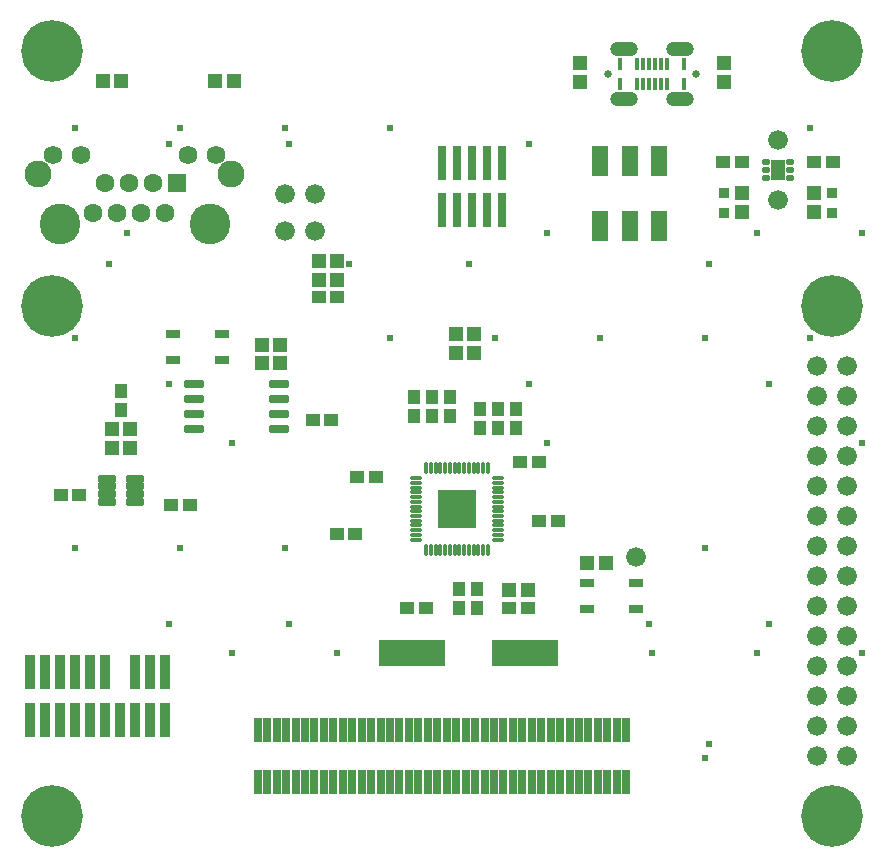
<source format=gts>
G04*
G04 #@! TF.GenerationSoftware,Altium Limited,Altium Designer,24.0.1 (36)*
G04*
G04 Layer_Color=8388736*
%FSLAX44Y44*%
%MOMM*%
G71*
G04*
G04 #@! TF.SameCoordinates,4C79C2C8-5DE3-4804-94A9-F395A3FC2A11*
G04*
G04*
G04 #@! TF.FilePolarity,Negative*
G04*
G01*
G75*
%ADD33R,0.6500X2.1500*%
%ADD34R,1.2000X1.1500*%
%ADD35R,1.1500X1.7500*%
G04:AMPARAMS|DCode=36|XSize=0.6mm|YSize=0.45mm|CornerRadius=0.0825mm|HoleSize=0mm|Usage=FLASHONLY|Rotation=0.000|XOffset=0mm|YOffset=0mm|HoleType=Round|Shape=RoundedRectangle|*
%AMROUNDEDRECTD36*
21,1,0.6000,0.2850,0,0,0.0*
21,1,0.4350,0.4500,0,0,0.0*
1,1,0.1650,0.2175,-0.1425*
1,1,0.1650,-0.2175,-0.1425*
1,1,0.1650,-0.2175,0.1425*
1,1,0.1650,0.2175,0.1425*
%
%ADD36ROUNDEDRECTD36*%
%ADD37R,1.3500X2.6500*%
%ADD38R,1.1500X1.1000*%
%ADD39R,1.1500X1.2000*%
%ADD40R,0.9500X0.9500*%
%ADD41R,0.4500X1.0200*%
%ADD42R,1.1000X1.1500*%
%ADD43R,1.2000X0.8000*%
%ADD44R,0.8000X2.9100*%
%ADD45R,5.6880X2.2082*%
G04:AMPARAMS|DCode=46|XSize=1.76mm|YSize=0.73mm|CornerRadius=0.1475mm|HoleSize=0mm|Usage=FLASHONLY|Rotation=0.000|XOffset=0mm|YOffset=0mm|HoleType=Round|Shape=RoundedRectangle|*
%AMROUNDEDRECTD46*
21,1,1.7600,0.4350,0,0,0.0*
21,1,1.4650,0.7300,0,0,0.0*
1,1,0.2950,0.7325,-0.2175*
1,1,0.2950,-0.7325,-0.2175*
1,1,0.2950,-0.7325,0.2175*
1,1,0.2950,0.7325,0.2175*
%
%ADD46ROUNDEDRECTD46*%
G04:AMPARAMS|DCode=47|XSize=1.52mm|YSize=0.63mm|CornerRadius=0.099mm|HoleSize=0mm|Usage=FLASHONLY|Rotation=0.000|XOffset=0mm|YOffset=0mm|HoleType=Round|Shape=RoundedRectangle|*
%AMROUNDEDRECTD47*
21,1,1.5200,0.4320,0,0,0.0*
21,1,1.3220,0.6300,0,0,0.0*
1,1,0.1980,0.6610,-0.2160*
1,1,0.1980,-0.6610,-0.2160*
1,1,0.1980,-0.6610,0.2160*
1,1,0.1980,0.6610,0.2160*
%
%ADD47ROUNDEDRECTD47*%
G04:AMPARAMS|DCode=48|XSize=0.94mm|YSize=0.3mm|CornerRadius=0.075mm|HoleSize=0mm|Usage=FLASHONLY|Rotation=0.000|XOffset=0mm|YOffset=0mm|HoleType=Round|Shape=RoundedRectangle|*
%AMROUNDEDRECTD48*
21,1,0.9400,0.1500,0,0,0.0*
21,1,0.7900,0.3000,0,0,0.0*
1,1,0.1500,0.3950,-0.0750*
1,1,0.1500,-0.3950,-0.0750*
1,1,0.1500,-0.3950,0.0750*
1,1,0.1500,0.3950,0.0750*
%
%ADD48ROUNDEDRECTD48*%
%ADD49R,0.8900X2.9400*%
%ADD50C,1.6740*%
G04:AMPARAMS|DCode=51|XSize=0.3mm|YSize=0.94mm|CornerRadius=0.075mm|HoleSize=0mm|Usage=FLASHONLY|Rotation=0.000|XOffset=0mm|YOffset=0mm|HoleType=Round|Shape=RoundedRectangle|*
%AMROUNDEDRECTD51*
21,1,0.3000,0.7900,0,0,0.0*
21,1,0.1500,0.9400,0,0,0.0*
1,1,0.1500,0.0750,-0.3950*
1,1,0.1500,-0.0750,-0.3950*
1,1,0.1500,-0.0750,0.3950*
1,1,0.1500,0.0750,0.3950*
%
%ADD51ROUNDEDRECTD51*%
%ADD52R,3.2000X3.2000*%
%ADD53C,1.5980*%
%ADD54R,1.5980X1.5980*%
%ADD55C,3.4500*%
%ADD56C,2.2780*%
%ADD57C,1.5900*%
%ADD58O,2.3500X1.2500*%
%ADD59C,0.6700*%
%ADD60C,5.2300*%
%ADD61C,0.6072*%
D33*
X174200Y72800D02*
D03*
Y28800D02*
D03*
X182200Y72800D02*
D03*
Y28800D02*
D03*
X190200Y72800D02*
D03*
Y28800D02*
D03*
X198200Y72800D02*
D03*
Y28800D02*
D03*
X206200Y72800D02*
D03*
Y28800D02*
D03*
X214200Y72800D02*
D03*
Y28800D02*
D03*
X222200Y72800D02*
D03*
Y28800D02*
D03*
X230200Y72800D02*
D03*
Y28800D02*
D03*
X238200Y72800D02*
D03*
Y28800D02*
D03*
X246200Y72800D02*
D03*
Y28800D02*
D03*
X254200Y72800D02*
D03*
Y28800D02*
D03*
X262200Y72800D02*
D03*
Y28800D02*
D03*
X270200Y72800D02*
D03*
Y28800D02*
D03*
X278200Y72800D02*
D03*
Y28800D02*
D03*
X286200Y72800D02*
D03*
Y28800D02*
D03*
X294200Y72800D02*
D03*
Y28800D02*
D03*
X302200Y72800D02*
D03*
Y28800D02*
D03*
X310200Y72800D02*
D03*
Y28800D02*
D03*
X318200Y72800D02*
D03*
Y28800D02*
D03*
X326200Y72800D02*
D03*
Y28800D02*
D03*
X334200Y72800D02*
D03*
Y28800D02*
D03*
X342200Y72800D02*
D03*
Y28800D02*
D03*
X350200Y72800D02*
D03*
Y28800D02*
D03*
X358200Y72800D02*
D03*
Y28800D02*
D03*
X366200Y72800D02*
D03*
Y28800D02*
D03*
X374200Y72800D02*
D03*
Y28800D02*
D03*
X382200Y72800D02*
D03*
Y28800D02*
D03*
X390200Y72800D02*
D03*
Y28800D02*
D03*
X398200Y72800D02*
D03*
Y28800D02*
D03*
X406200Y72800D02*
D03*
Y28800D02*
D03*
X414200Y72800D02*
D03*
Y28800D02*
D03*
X422200Y72800D02*
D03*
Y28800D02*
D03*
X430200Y72800D02*
D03*
Y28800D02*
D03*
X438200Y72800D02*
D03*
Y28800D02*
D03*
X446200Y72800D02*
D03*
Y28800D02*
D03*
X454200Y72800D02*
D03*
Y28800D02*
D03*
X462200Y72800D02*
D03*
Y28800D02*
D03*
X470200Y72800D02*
D03*
Y28800D02*
D03*
X478200Y72800D02*
D03*
Y28800D02*
D03*
X486200Y72800D02*
D03*
Y28800D02*
D03*
D34*
X154050Y622300D02*
D03*
X138050D02*
D03*
X58800D02*
D03*
X42800D02*
D03*
X453010Y214630D02*
D03*
X469010D02*
D03*
X386970Y191770D02*
D03*
X402970D02*
D03*
X177420Y398780D02*
D03*
X193420D02*
D03*
X177420Y383540D02*
D03*
X193420D02*
D03*
D35*
X614680Y547370D02*
D03*
D36*
X624430Y553870D02*
D03*
Y547370D02*
D03*
Y540870D02*
D03*
X604930D02*
D03*
Y547370D02*
D03*
Y553870D02*
D03*
D37*
X463950Y499550D02*
D03*
X488950D02*
D03*
X513950D02*
D03*
X463950Y554550D02*
D03*
X488950D02*
D03*
X513950D02*
D03*
D38*
X584200Y553720D02*
D03*
X568200D02*
D03*
X645160D02*
D03*
X661160D02*
D03*
X274320Y287020D02*
D03*
X258320D02*
D03*
X256920Y238760D02*
D03*
X240920D02*
D03*
X402970Y176530D02*
D03*
X386970D02*
D03*
X225680Y439420D02*
D03*
X241680D02*
D03*
X300610Y176530D02*
D03*
X316610D02*
D03*
X412370Y250190D02*
D03*
X428370D02*
D03*
X396240Y299720D02*
D03*
X412240D02*
D03*
X220600Y335280D02*
D03*
X236600D02*
D03*
X101150Y263450D02*
D03*
X117150D02*
D03*
X23240Y271780D02*
D03*
X7240D02*
D03*
D39*
X645160Y527430D02*
D03*
Y511430D02*
D03*
X584200Y527430D02*
D03*
Y511430D02*
D03*
X447040Y637920D02*
D03*
Y621920D02*
D03*
X568960Y621920D02*
D03*
Y637920D02*
D03*
X226060Y454280D02*
D03*
Y470280D02*
D03*
X241300Y470280D02*
D03*
Y454280D02*
D03*
X356870Y392050D02*
D03*
Y408050D02*
D03*
X341630Y392050D02*
D03*
Y408050D02*
D03*
X50800Y328040D02*
D03*
Y312040D02*
D03*
X66040Y312040D02*
D03*
X66040Y328040D02*
D03*
D40*
X660400Y527680D02*
D03*
Y511180D02*
D03*
X568960Y527680D02*
D03*
Y511180D02*
D03*
D41*
X520500Y620000D02*
D03*
X515500D02*
D03*
X495500D02*
D03*
X500500D02*
D03*
X510500D02*
D03*
X505500D02*
D03*
X535500D02*
D03*
X480500D02*
D03*
X520500Y637300D02*
D03*
X515500D02*
D03*
X495500D02*
D03*
X500500D02*
D03*
X510500D02*
D03*
X505500D02*
D03*
X535500D02*
D03*
X480500D02*
D03*
D42*
X359410Y192150D02*
D03*
Y176150D02*
D03*
X344170Y192150D02*
D03*
Y176150D02*
D03*
X392430Y328550D02*
D03*
Y344550D02*
D03*
X361950Y328550D02*
D03*
Y344550D02*
D03*
X377190Y328550D02*
D03*
Y344550D02*
D03*
X336550Y338710D02*
D03*
Y354710D02*
D03*
X321310Y338710D02*
D03*
Y354710D02*
D03*
X306070Y338710D02*
D03*
Y354710D02*
D03*
X58350Y344350D02*
D03*
Y360350D02*
D03*
D43*
X494460Y175940D02*
D03*
X452960D02*
D03*
X494460Y197440D02*
D03*
X452960D02*
D03*
X102440Y408260D02*
D03*
X143940D02*
D03*
X102440Y386760D02*
D03*
X143940D02*
D03*
D44*
X355600Y513200D02*
D03*
X368300D02*
D03*
X381000D02*
D03*
X342900D02*
D03*
X330200D02*
D03*
X355600Y553600D02*
D03*
X368300D02*
D03*
X381000D02*
D03*
X342900D02*
D03*
X330200D02*
D03*
D45*
X305054Y138430D02*
D03*
X400050D02*
D03*
D46*
X120160Y365760D02*
D03*
Y353060D02*
D03*
Y340360D02*
D03*
Y327660D02*
D03*
X192260D02*
D03*
Y340360D02*
D03*
Y353060D02*
D03*
Y365760D02*
D03*
D47*
X46850Y285900D02*
D03*
Y279400D02*
D03*
Y272900D02*
D03*
Y266400D02*
D03*
X69850D02*
D03*
Y272900D02*
D03*
Y279400D02*
D03*
Y285900D02*
D03*
D48*
X308550Y282350D02*
D03*
Y278350D02*
D03*
Y286350D02*
D03*
Y274350D02*
D03*
Y270350D02*
D03*
Y266350D02*
D03*
Y262350D02*
D03*
Y258350D02*
D03*
Y254350D02*
D03*
Y250350D02*
D03*
Y246350D02*
D03*
Y242350D02*
D03*
Y238350D02*
D03*
Y234350D02*
D03*
X377250D02*
D03*
Y238350D02*
D03*
Y242350D02*
D03*
Y246350D02*
D03*
Y250350D02*
D03*
Y254350D02*
D03*
Y258350D02*
D03*
Y262350D02*
D03*
Y266350D02*
D03*
Y270350D02*
D03*
Y274350D02*
D03*
Y278350D02*
D03*
Y282350D02*
D03*
Y286350D02*
D03*
D49*
X95250Y121950D02*
D03*
Y81250D02*
D03*
X82550Y121950D02*
D03*
Y81250D02*
D03*
X69850Y121950D02*
D03*
Y81250D02*
D03*
X57150D02*
D03*
X44450Y121950D02*
D03*
Y81250D02*
D03*
X31750Y121950D02*
D03*
Y81250D02*
D03*
X19050Y121950D02*
D03*
Y81250D02*
D03*
X6350Y121950D02*
D03*
Y81250D02*
D03*
X-6350Y121950D02*
D03*
Y81250D02*
D03*
X-19050Y121950D02*
D03*
Y81250D02*
D03*
D50*
X614680Y521970D02*
D03*
Y572770D02*
D03*
X494030Y219710D02*
D03*
X647700Y279400D02*
D03*
Y254000D02*
D03*
Y228600D02*
D03*
Y203200D02*
D03*
Y177800D02*
D03*
Y152400D02*
D03*
Y127000D02*
D03*
Y101600D02*
D03*
Y76200D02*
D03*
Y50800D02*
D03*
X673100Y381000D02*
D03*
Y355600D02*
D03*
Y330200D02*
D03*
Y304800D02*
D03*
Y279400D02*
D03*
Y254000D02*
D03*
Y228600D02*
D03*
Y203200D02*
D03*
Y177800D02*
D03*
Y152400D02*
D03*
Y127000D02*
D03*
Y101600D02*
D03*
Y76200D02*
D03*
Y50800D02*
D03*
X647700Y381000D02*
D03*
Y355600D02*
D03*
Y330200D02*
D03*
Y304800D02*
D03*
X222250Y527050D02*
D03*
X196850D02*
D03*
Y495300D02*
D03*
X222250D02*
D03*
D51*
X316900Y226000D02*
D03*
X320900D02*
D03*
X324900D02*
D03*
X328900D02*
D03*
X332900D02*
D03*
X336900D02*
D03*
X340900D02*
D03*
X344900D02*
D03*
X348900D02*
D03*
X352900D02*
D03*
X356900D02*
D03*
X360900D02*
D03*
X364900D02*
D03*
X368900D02*
D03*
Y294700D02*
D03*
X364900D02*
D03*
X360900D02*
D03*
X356900D02*
D03*
X352900D02*
D03*
X348900D02*
D03*
X344900D02*
D03*
X340900D02*
D03*
X336900D02*
D03*
X332900D02*
D03*
X328900D02*
D03*
X324900D02*
D03*
X320900D02*
D03*
X316900D02*
D03*
D52*
X342900Y260350D02*
D03*
D53*
X95250Y510550D02*
D03*
X74930D02*
D03*
X85090Y535950D02*
D03*
X54610Y510550D02*
D03*
X64770Y535950D02*
D03*
X34290Y510550D02*
D03*
X44450Y535950D02*
D03*
D54*
X105410D02*
D03*
D55*
X6350Y501650D02*
D03*
X133350D02*
D03*
D56*
X-11450Y544050D02*
D03*
X151150D02*
D03*
D57*
X1250Y559920D02*
D03*
X24150D02*
D03*
X138450D02*
D03*
X115550D02*
D03*
D58*
X532000Y607150D02*
D03*
Y650150D02*
D03*
X484000Y607150D02*
D03*
Y650150D02*
D03*
D59*
X545500Y628650D02*
D03*
X470500D02*
D03*
D60*
X660400Y647700D02*
D03*
X0D02*
D03*
Y0D02*
D03*
X660400D02*
D03*
X0Y431800D02*
D03*
X660400D02*
D03*
D61*
X556260Y467360D02*
D03*
X607060Y365760D02*
D03*
Y162560D02*
D03*
X556260Y60960D02*
D03*
X505460Y162560D02*
D03*
X403860Y568960D02*
D03*
X353060Y467360D02*
D03*
X403860Y365760D02*
D03*
X251460Y467360D02*
D03*
X200660Y568960D02*
D03*
Y162560D02*
D03*
X99060Y568960D02*
D03*
X48260Y467360D02*
D03*
X99060Y365760D02*
D03*
Y162560D02*
D03*
X641350Y582930D02*
D03*
X685800Y494030D02*
D03*
X641350Y405130D02*
D03*
X685800Y316230D02*
D03*
Y138430D02*
D03*
X596900Y494030D02*
D03*
X552450Y405130D02*
D03*
Y227330D02*
D03*
X596900Y138430D02*
D03*
X552450Y49530D02*
D03*
X463550Y405130D02*
D03*
X508000Y138430D02*
D03*
X419100Y494030D02*
D03*
X374650Y405130D02*
D03*
X419100Y316230D02*
D03*
X285750Y582930D02*
D03*
Y405130D02*
D03*
X196850Y582930D02*
D03*
Y227330D02*
D03*
X241300Y138430D02*
D03*
X107950Y582930D02*
D03*
X152400Y316230D02*
D03*
X107950Y227330D02*
D03*
X152400Y138430D02*
D03*
X19050Y582930D02*
D03*
X63500Y494030D02*
D03*
X19050Y405130D02*
D03*
Y227330D02*
D03*
M02*

</source>
